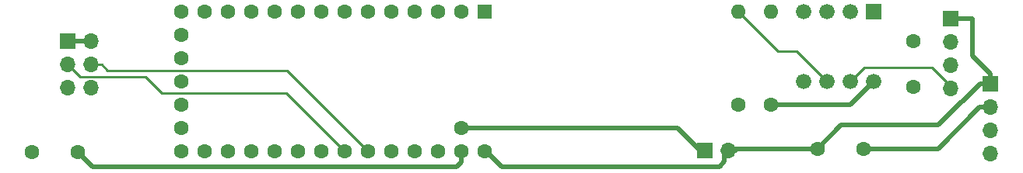
<source format=gbr>
G04 #@! TF.GenerationSoftware,KiCad,Pcbnew,(5.1.4)-1*
G04 #@! TF.CreationDate,2019-09-06T16:55:32+02:00*
G04 #@! TF.ProjectId,DNMS,444e4d53-2e6b-4696-9361-645f70636258,0.9.0*
G04 #@! TF.SameCoordinates,Original*
G04 #@! TF.FileFunction,Copper,L1,Top*
G04 #@! TF.FilePolarity,Positive*
%FSLAX46Y46*%
G04 Gerber Fmt 4.6, Leading zero omitted, Abs format (unit mm)*
G04 Created by KiCad (PCBNEW (5.1.4)-1) date 2019-09-06 16:55:32*
%MOMM*%
%LPD*%
G04 APERTURE LIST*
%ADD10C,1.600000*%
%ADD11R,1.600000X1.600000*%
%ADD12O,1.700000X1.700000*%
%ADD13R,1.700000X1.700000*%
%ADD14R,1.676400X1.676400*%
%ADD15C,1.676400*%
%ADD16O,1.600000X1.600000*%
%ADD17C,0.500000*%
%ADD18C,0.250000*%
G04 APERTURE END LIST*
D10*
X153412200Y-91770200D03*
X148412200Y-91770200D03*
D11*
X112242600Y-76809600D03*
D10*
X109702600Y-76809600D03*
X107162600Y-76809600D03*
X104622600Y-76809600D03*
X102082600Y-76809600D03*
X99542600Y-76809600D03*
X97002600Y-76809600D03*
X94462600Y-76809600D03*
X91922600Y-76809600D03*
X89382600Y-76809600D03*
X86842600Y-76809600D03*
X84302600Y-76809600D03*
X81762600Y-76809600D03*
X109702600Y-89509600D03*
X112242600Y-92049600D03*
X109702600Y-92049600D03*
X107162600Y-92049600D03*
X104622600Y-92049600D03*
X102082600Y-92049600D03*
X99542600Y-92049600D03*
X97002600Y-92049600D03*
X94462600Y-92049600D03*
X91922600Y-92049600D03*
X89382600Y-92049600D03*
X86842600Y-92049600D03*
X84302600Y-92049600D03*
X81762600Y-92049600D03*
X79222600Y-76809600D03*
X79222600Y-79349600D03*
X79222600Y-81889600D03*
X79222600Y-92049600D03*
X79222600Y-89509600D03*
X79222600Y-86969600D03*
X79222600Y-84429600D03*
D12*
X69342000Y-85090000D03*
X66802000Y-85090000D03*
X69342000Y-82550000D03*
X66802000Y-82550000D03*
X69342000Y-80010000D03*
D13*
X66802000Y-80010000D03*
D10*
X158827800Y-80037600D03*
X158827800Y-85037600D03*
X67915800Y-92100400D03*
X62915800Y-92100400D03*
D12*
X167286000Y-92302000D03*
X167286000Y-89762000D03*
X167286000Y-87222000D03*
D13*
X167286000Y-84682000D03*
D12*
X162968000Y-85190000D03*
X162968000Y-82650000D03*
X162968000Y-80110000D03*
D13*
X162968000Y-77570000D03*
D12*
X138684000Y-91948000D03*
D13*
X136144000Y-91948000D03*
D14*
X154586000Y-76808000D03*
D15*
X152046000Y-76808000D03*
X149506000Y-76808000D03*
X146966000Y-76808000D03*
X146966000Y-84428000D03*
X149506000Y-84428000D03*
X152046000Y-84428000D03*
X154586000Y-84428000D03*
D16*
X139854000Y-76808000D03*
D10*
X139854000Y-86968000D03*
D16*
X143410000Y-76808000D03*
D10*
X143410000Y-86968000D03*
D17*
X66802000Y-80010000D02*
X69342000Y-80010000D01*
X161535719Y-91770200D02*
X153412200Y-91770200D01*
X167286000Y-87222000D02*
X166083919Y-87222000D01*
X166083919Y-87222000D02*
X161535719Y-91770200D01*
X109193580Y-93689990D02*
X109702600Y-93180970D01*
X109702600Y-93180970D02*
X109702600Y-92049600D01*
X72273990Y-93689990D02*
X109193580Y-93689990D01*
X72273990Y-93689990D02*
X71587810Y-93689990D01*
X67915800Y-92100400D02*
X69342000Y-93526600D01*
X69559990Y-93689990D02*
X72273990Y-93689990D01*
X69396600Y-93526600D02*
X69559990Y-93689990D01*
X69342000Y-93526600D02*
X69396600Y-93526600D01*
X152046000Y-86968000D02*
X154586000Y-84428000D01*
X143410000Y-86968000D02*
X152046000Y-86968000D01*
X138330000Y-93148000D02*
X138330000Y-92048000D01*
X137783010Y-93694990D02*
X138330000Y-93148000D01*
X114049610Y-93694990D02*
X137783010Y-93694990D01*
X112402620Y-92048000D02*
X114049610Y-93694990D01*
X139430000Y-92048000D02*
X139684000Y-91794000D01*
X138330000Y-92048000D02*
X139430000Y-92048000D01*
X164322000Y-77570000D02*
X163222000Y-77570000D01*
X165338000Y-77570000D02*
X164322000Y-77570000D01*
X165338000Y-81634000D02*
X165338000Y-77570000D01*
X167286000Y-83582000D02*
X165338000Y-81634000D01*
X167286000Y-84682000D02*
X167286000Y-83582000D01*
X166186000Y-84682000D02*
X164238000Y-86630000D01*
X167286000Y-84682000D02*
X166186000Y-84682000D01*
X164238000Y-86630000D02*
X164093400Y-86630000D01*
X164093400Y-86630000D02*
X161569400Y-89154000D01*
X151028400Y-89154000D02*
X148412200Y-91770200D01*
X161569400Y-89154000D02*
X151028400Y-89154000D01*
X138861800Y-91770200D02*
X138684000Y-91948000D01*
X148412200Y-91770200D02*
X138861800Y-91770200D01*
D18*
X152046000Y-84428000D02*
X153570000Y-82904000D01*
X160936000Y-82904000D02*
X163222000Y-85190000D01*
X153570000Y-82904000D02*
X160936000Y-82904000D01*
X139854000Y-76808000D02*
X144172000Y-81126000D01*
X146204000Y-81126000D02*
X149506000Y-84428000D01*
X144172000Y-81126000D02*
X146204000Y-81126000D01*
X68166999Y-83914999D02*
X75304399Y-83914999D01*
X66802000Y-82550000D02*
X68166999Y-83914999D01*
X75304399Y-83914999D02*
X77089000Y-85699600D01*
X90652600Y-85699600D02*
X97002600Y-92049600D01*
X77089000Y-85699600D02*
X90652600Y-85699600D01*
X70544081Y-82550000D02*
X71179081Y-83185000D01*
X69342000Y-82550000D02*
X70544081Y-82550000D01*
X90678000Y-83185000D02*
X99542600Y-92049600D01*
X71179081Y-83185000D02*
X90678000Y-83185000D01*
D17*
X133250000Y-89508000D02*
X109862620Y-89508000D01*
X135790000Y-92048000D02*
X133250000Y-89508000D01*
M02*

</source>
